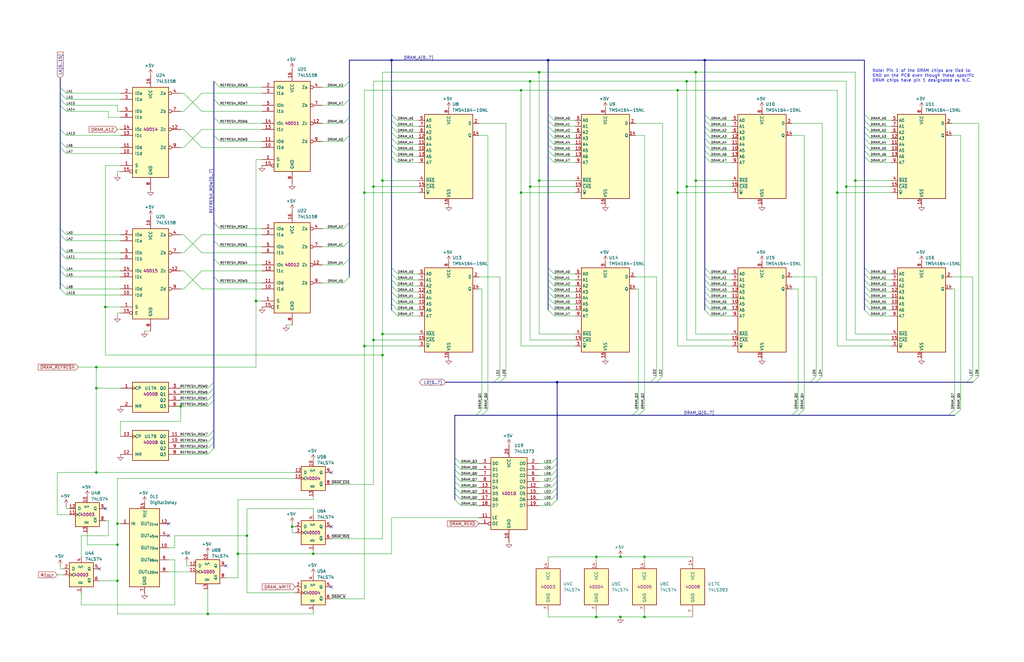
<source format=kicad_sch>
(kicad_sch (version 20231120) (generator "eeschema") (generator_version "8.0")
  (paper "USLedger")
  (title_block (title "Saturn Systems Accelerator II") (date "2025-03-04") (comment 2 "captured by Mark Aikens") (comment 3 "by Saturn Systems") (comment 4 "Accelerator card for Apple II/II+ computers"))
  (junction (at 285.75 81.28))
  (junction (at 76.2 171.45))
  (junction (at 219.71 38.1))
  (junction (at 161.29 149.86))
  (junction (at 271.78 234.95))
  (junction (at 251.46 260.35))
  (junction (at 40.64 154.94))
  (junction (at 219.71 81.28))
  (junction (at 356.87 78.74))
  (junction (at 289.56 34.29))
  (junction (at 87.63 259.08))
  (junction (at 271.78 260.35))
  (junction (at 49.53 245.11))
  (junction (at 132.08 233.68))
  (junction (at 231.14 25.4))
  (junction (at 49.53 220.98))
  (junction (at 153.67 81.28))
  (junction (at 49.53 229.87))
  (junction (at 157.48 78.74))
  (junction (at 261.62 234.95))
  (junction (at 251.46 234.95))
  (junction (at 353.06 81.28))
  (junction (at 104.14 226.06))
  (junction (at 157.48 143.51))
  (junction (at 161.29 140.97))
  (junction (at 123.19 222.25))
  (junction (at 293.37 76.2))
  (junction (at 293.37 30.48))
  (junction (at 227.33 30.48))
  (junction (at 40.64 163.83))
  (junction (at 261.62 260.35))
  (junction (at 40.64 199.39))
  (junction (at 227.33 76.2))
  (junction (at 360.68 76.2))
  (junction (at 297.18 25.4))
  (junction (at 289.56 78.74))
  (junction (at 223.52 34.29))
  (junction (at 161.29 76.2))
  (junction (at 100.33 233.68))
  (junction (at 153.67 146.05))
  (junction (at 107.95 127))
  (junction (at 285.75 38.1))
  (junction (at 234.95 161.29))
  (junction (at 44.45 129.54))
  (junction (at 165.1 25.4))
  (junction (at 223.52 78.74))
  (no_connect (at 139.7 199.39))
  (no_connect (at 139.7 222.25))
  (no_connect (at 41.91 240.03))
  (no_connect (at 95.25 238.76))
  (no_connect (at 71.12 220.98))
  (no_connect (at 139.7 247.65))
  (no_connect (at 44.45 214.63))
  (no_connect (at 71.12 226.06))
  (bus_entry (at 92.71 36.83) (size -2.54 -2.54))
  (bus_entry (at 167.64 68.58) (size -2.54 -2.54))
  (bus_entry (at 194.31 195.58) (size -2.54 -2.54))
  (bus_entry (at 299.72 115.57) (size -2.54 -2.54))
  (bus_entry (at 279.4 158.75) (size -2.54 2.54))
  (bus_entry (at 144.78 119.38) (size 2.54 -2.54))
  (bus_entry (at 346.71 158.75) (size -2.54 2.54))
  (bus_entry (at 167.64 133.35) (size -2.54 -2.54))
  (bus_entry (at 144.78 111.76) (size 2.54 -2.54))
  (bus_entry (at 167.64 50.8) (size -2.54 -2.54))
  (bus_entry (at 232.41 203.2) (size 2.54 -2.54))
  (bus_entry (at 299.72 125.73) (size -2.54 -2.54))
  (bus_entry (at 25.4 121.92) (size 2.54 2.54))
  (bus_entry (at 233.68 123.19) (size -2.54 -2.54))
  (bus_entry (at 194.31 210.82) (size -2.54 -2.54))
  (bus_entry (at 233.68 60.96) (size -2.54 -2.54))
  (bus_entry (at 167.64 55.88) (size -2.54 -2.54))
  (bus_entry (at 167.64 125.73) (size -2.54 -2.54))
  (bus_entry (at 405.13 172.72) (size -2.54 2.54))
  (bus_entry (at 167.64 53.34) (size -2.54 -2.54))
  (bus_entry (at 167.64 115.57) (size -2.54 -2.54))
  (bus_entry (at 92.71 111.76) (size -2.54 -2.54))
  (bus_entry (at 299.72 68.58) (size -2.54 -2.54))
  (bus_entry (at 232.41 213.36) (size 2.54 -2.54))
  (bus_entry (at 144.78 52.07) (size 2.54 -2.54))
  (bus_entry (at 232.41 208.28) (size 2.54 -2.54))
  (bus_entry (at 233.68 63.5) (size -2.54 -2.54))
  (bus_entry (at 144.78 44.45) (size 2.54 -2.54))
  (bus_entry (at 87.63 163.83) (size 2.54 -2.54))
  (bus_entry (at 299.72 50.8) (size -2.54 -2.54))
  (bus_entry (at 299.72 58.42) (size -2.54 -2.54))
  (bus_entry (at 92.71 119.38) (size -2.54 -2.54))
  (bus_entry (at 232.41 200.66) (size 2.54 -2.54))
  (bus_entry (at 25.4 106.68) (size 2.54 2.54))
  (bus_entry (at 167.64 66.04) (size -2.54 -2.54))
  (bus_entry (at 25.4 59.69) (size 2.54 2.54))
  (bus_entry (at 233.68 130.81) (size -2.54 -2.54))
  (bus_entry (at 367.03 50.8) (size -2.54 -2.54))
  (bus_entry (at 144.78 36.83) (size 2.54 -2.54))
  (bus_entry (at 92.71 104.14) (size -2.54 -2.54))
  (bus_entry (at 412.75 158.75) (size -2.54 2.54))
  (bus_entry (at 25.4 96.52) (size 2.54 2.54))
  (bus_entry (at 299.72 123.19) (size -2.54 -2.54))
  (bus_entry (at 367.03 115.57) (size -2.54 -2.54))
  (bus_entry (at 87.63 189.23) (size 2.54 -2.54))
  (bus_entry (at 167.64 58.42) (size -2.54 -2.54))
  (bus_entry (at 367.03 53.34) (size -2.54 -2.54))
  (bus_entry (at 144.78 104.14) (size 2.54 -2.54))
  (bus_entry (at 25.4 111.76) (size 2.54 2.54))
  (bus_entry (at 299.72 128.27) (size -2.54 -2.54))
  (bus_entry (at 167.64 118.11) (size -2.54 -2.54))
  (bus_entry (at 194.31 205.74) (size -2.54 -2.54))
  (bus_entry (at 344.17 158.75) (size -2.54 2.54))
  (bus_entry (at 144.78 96.52) (size 2.54 -2.54))
  (bus_entry (at 233.68 55.88) (size -2.54 -2.54))
  (bus_entry (at 410.21 158.75) (size -2.54 2.54))
  (bus_entry (at 194.31 198.12) (size -2.54 -2.54))
  (bus_entry (at 92.71 96.52) (size -2.54 -2.54))
  (bus_entry (at 25.4 44.45) (size 2.54 2.54))
  (bus_entry (at 167.64 60.96) (size -2.54 -2.54))
  (bus_entry (at 367.03 123.19) (size -2.54 -2.54))
  (bus_entry (at 299.72 120.65) (size -2.54 -2.54))
  (bus_entry (at 233.68 133.35) (size -2.54 -2.54))
  (bus_entry (at 233.68 128.27) (size -2.54 -2.54))
  (bus_entry (at 367.03 130.81) (size -2.54 -2.54))
  (bus_entry (at 167.64 123.19) (size -2.54 -2.54))
  (bus_entry (at 271.78 172.72) (size -2.54 2.54))
  (bus_entry (at 269.24 172.72) (size -2.54 2.54))
  (bus_entry (at 233.68 115.57) (size -2.54 -2.54))
  (bus_entry (at 367.03 128.27) (size -2.54 -2.54))
  (bus_entry (at 367.03 58.42) (size -2.54 -2.54))
  (bus_entry (at 25.4 104.14) (size 2.54 2.54))
  (bus_entry (at 25.4 62.23) (size 2.54 2.54))
  (bus_entry (at 25.4 41.91) (size 2.54 2.54))
  (bus_entry (at 232.41 195.58) (size 2.54 -2.54))
  (bus_entry (at 367.03 118.11) (size -2.54 -2.54))
  (bus_entry (at 233.68 66.04) (size -2.54 -2.54))
  (bus_entry (at 167.64 130.81) (size -2.54 -2.54))
  (bus_entry (at 232.41 198.12) (size 2.54 -2.54))
  (bus_entry (at 144.78 59.69) (size 2.54 -2.54))
  (bus_entry (at 299.72 133.35) (size -2.54 -2.54))
  (bus_entry (at 25.4 119.38) (size 2.54 2.54))
  (bus_entry (at 25.4 39.37) (size 2.54 2.54))
  (bus_entry (at 203.2 172.72) (size -2.54 2.54))
  (bus_entry (at 167.64 120.65) (size -2.54 -2.54))
  (bus_entry (at 194.31 203.2) (size -2.54 -2.54))
  (bus_entry (at 233.68 58.42) (size -2.54 -2.54))
  (bus_entry (at 367.03 120.65) (size -2.54 -2.54))
  (bus_entry (at 367.03 125.73) (size -2.54 -2.54))
  (bus_entry (at 205.74 172.72) (size -2.54 2.54))
  (bus_entry (at 367.03 55.88) (size -2.54 -2.54))
  (bus_entry (at 194.31 213.36) (size -2.54 -2.54))
  (bus_entry (at 299.72 60.96) (size -2.54 -2.54))
  (bus_entry (at 87.63 171.45) (size 2.54 -2.54))
  (bus_entry (at 25.4 114.3) (size 2.54 2.54))
  (bus_entry (at 233.68 68.58) (size -2.54 -2.54))
  (bus_entry (at 92.71 52.07) (size -2.54 -2.54))
  (bus_entry (at 233.68 118.11) (size -2.54 -2.54))
  (bus_entry (at 299.72 118.11) (size -2.54 -2.54))
  (bus_entry (at 87.63 184.15) (size 2.54 -2.54))
  (bus_entry (at 213.36 158.75) (size -2.54 2.54))
  (bus_entry (at 87.63 186.69) (size 2.54 -2.54))
  (bus_entry (at 299.72 53.34) (size -2.54 -2.54))
  (bus_entry (at 367.03 66.04) (size -2.54 -2.54))
  (bus_entry (at 232.41 210.82) (size 2.54 -2.54))
  (bus_entry (at 233.68 120.65) (size -2.54 -2.54))
  (bus_entry (at 233.68 50.8) (size -2.54 -2.54))
  (bus_entry (at 367.03 60.96) (size -2.54 -2.54))
  (bus_entry (at 92.71 44.45) (size -2.54 -2.54))
  (bus_entry (at 402.59 172.72) (size -2.54 2.54))
  (bus_entry (at 233.68 125.73) (size -2.54 -2.54))
  (bus_entry (at 25.4 54.61) (size 2.54 2.54))
  (bus_entry (at 87.63 166.37) (size 2.54 -2.54))
  (bus_entry (at 25.4 99.06) (size 2.54 2.54))
  (bus_entry (at 92.71 59.69) (size -2.54 -2.54))
  (bus_entry (at 339.09 172.72) (size -2.54 2.54))
  (bus_entry (at 299.72 55.88) (size -2.54 -2.54))
  (bus_entry (at 167.64 63.5) (size -2.54 -2.54))
  (bus_entry (at 367.03 133.35) (size -2.54 -2.54))
  (bus_entry (at 336.55 172.72) (size -2.54 2.54))
  (bus_entry (at 194.31 200.66) (size -2.54 -2.54))
  (bus_entry (at 194.31 208.28) (size -2.54 -2.54))
  (bus_entry (at 87.63 191.77) (size 2.54 -2.54))
  (bus_entry (at 232.41 205.74) (size 2.54 -2.54))
  (bus_entry (at 299.72 66.04) (size -2.54 -2.54))
  (bus_entry (at 276.86 158.75) (size -2.54 2.54))
  (bus_entry (at 210.82 158.75) (size -2.54 2.54))
  (bus_entry (at 167.64 128.27) (size -2.54 -2.54))
  (bus_entry (at 367.03 68.58) (size -2.54 -2.54))
  (bus_entry (at 233.68 53.34) (size -2.54 -2.54))
  (bus_entry (at 299.72 130.81) (size -2.54 -2.54))
  (bus_entry (at 87.63 168.91) (size 2.54 -2.54))
  (bus_entry (at 299.72 63.5) (size -2.54 -2.54))
  (bus_entry (at 25.4 36.83) (size 2.54 2.54))
  (bus_entry (at 367.03 63.5) (size -2.54 -2.54))
  (wire (pts (xy 167.64 66.04) (xy 176.53 66.04)))
  (bus (pts (xy 231.14 123.19) (xy 231.14 120.65)))
  (wire (pts (xy 135.89 96.52) (xy 144.78 96.52)))
  (wire (pts (xy 299.72 133.35) (xy 308.61 133.35)))
  (wire (pts (xy 334.01 121.92) (xy 336.55 121.92)))
  (wire (pts (xy 292.1 260.35) (xy 271.78 260.35)))
  (wire (pts (xy 356.87 78.74) (xy 375.92 78.74)))
  (wire (pts (xy 227.33 195.58) (xy 232.41 195.58)))
  (wire (pts (xy 251.46 260.35) (xy 251.46 257.81)))
  (wire (pts (xy 40.64 154.94) (xy 40.64 163.83)))
  (wire (pts (xy 167.64 55.88) (xy 176.53 55.88)))
  (wire (pts (xy 334.01 52.07) (xy 346.71 52.07)))
  (wire (pts (xy 45.72 49.53) (xy 50.8 49.53)))
  (bus (pts (xy 165.1 60.96) (xy 165.1 63.5)))
  (bus (pts (xy 274.32 161.29) (xy 276.86 161.29)))
  (wire (pts (xy 360.68 140.97) (xy 375.92 140.97)))
  (wire (pts (xy 78.74 237.49) (xy 78.74 238.76)))
  (bus (pts (xy 297.18 25.4) (xy 364.49 25.4)))
  (wire (pts (xy 227.33 200.66) (xy 232.41 200.66)))
  (bus (pts (xy 25.4 119.38) (xy 25.4 121.92)))
  (wire (pts (xy 76.2 186.69) (xy 87.63 186.69)))
  (wire (pts (xy 367.03 133.35) (xy 375.92 133.35)))
  (wire (pts (xy 219.71 81.28) (xy 242.57 81.28)))
  (wire (pts (xy 299.72 120.65) (xy 308.61 120.65)))
  (wire (pts (xy 251.46 234.95) (xy 251.46 237.49)))
  (wire (pts (xy 402.59 121.92) (xy 401.32 121.92)))
  (wire (pts (xy 139.7 227.33) (xy 161.29 227.33)))
  (wire (pts (xy 29.21 214.63) (xy 27.94 214.63)))
  (bus (pts (xy 297.18 128.27) (xy 297.18 125.73)))
  (wire (pts (xy 104.14 214.63) (xy 104.14 226.06)))
  (bus (pts (xy 364.49 128.27) (xy 364.49 125.73)))
  (wire (pts (xy 76.2 177.8) (xy 50.8 177.8)))
  (wire (pts (xy 367.03 120.65) (xy 375.92 120.65)))
  (bus (pts (xy 231.14 53.34) (xy 231.14 50.8)))
  (wire (pts (xy 24.13 242.57) (xy 26.67 242.57)))
  (bus (pts (xy 90.17 163.83) (xy 90.17 166.37)))
  (wire (pts (xy 85.09 46.99) (xy 110.49 46.99)))
  (wire (pts (xy 76.2 62.23) (xy 77.47 62.23)))
  (wire (pts (xy 76.2 184.15) (xy 87.63 184.15)))
  (wire (pts (xy 34.29 226.06) (xy 45.72 226.06)))
  (wire (pts (xy 40.64 154.94) (xy 107.95 154.94)))
  (wire (pts (xy 267.97 57.15) (xy 271.78 57.15)))
  (bus (pts (xy 297.18 66.04) (xy 297.18 113.03)))
  (wire (pts (xy 367.03 125.73) (xy 375.92 125.73)))
  (wire (pts (xy 27.94 64.77) (xy 50.8 64.77)))
  (bus (pts (xy 231.14 66.04) (xy 231.14 63.5)))
  (wire (pts (xy 289.56 143.51) (xy 308.61 143.51)))
  (wire (pts (xy 194.31 195.58) (xy 201.93 195.58)))
  (wire (pts (xy 76.2 114.3) (xy 77.47 114.3)))
  (wire (pts (xy 27.94 57.15) (xy 50.8 57.15)))
  (bus (pts (xy 208.28 161.29) (xy 210.82 161.29)))
  (wire (pts (xy 132.08 210.82) (xy 132.08 209.55)))
  (wire (pts (xy 219.71 38.1) (xy 219.71 81.28)))
  (wire (pts (xy 33.02 154.94) (xy 40.64 154.94)))
  (wire (pts (xy 76.2 106.68) (xy 77.47 106.68)))
  (wire (pts (xy 367.03 68.58) (xy 375.92 68.58)))
  (wire (pts (xy 135.89 36.83) (xy 144.78 36.83)))
  (wire (pts (xy 233.68 130.81) (xy 242.57 130.81)))
  (wire (pts (xy 49.53 245.11) (xy 49.53 259.08)))
  (wire (pts (xy 271.78 257.81) (xy 271.78 260.35)))
  (bus (pts (xy 297.18 120.65) (xy 297.18 118.11)))
  (wire (pts (xy 227.33 213.36) (xy 232.41 213.36)))
  (wire (pts (xy 104.14 226.06) (xy 104.14 250.19)))
  (wire (pts (xy 27.94 99.06) (xy 50.8 99.06)))
  (bus (pts (xy 165.1 63.5) (xy 165.1 66.04)))
  (wire (pts (xy 44.45 129.54) (xy 50.8 129.54)))
  (wire (pts (xy 271.78 234.95) (xy 271.78 237.49)))
  (bus (pts (xy 25.4 106.68) (xy 25.4 111.76)))
  (wire (pts (xy 356.87 78.74) (xy 356.87 143.51)))
  (wire (pts (xy 26.67 240.03) (xy 25.4 240.03)))
  (wire (pts (xy 44.45 149.86) (xy 161.29 149.86)))
  (bus (pts (xy 191.77 193.04) (xy 191.77 195.58)))
  (wire (pts (xy 73.66 226.06) (xy 104.14 226.06)))
  (wire (pts (xy 50.8 72.39) (xy 49.53 72.39)))
  (wire (pts (xy 299.72 58.42) (xy 308.61 58.42)))
  (wire (pts (xy 367.03 50.8) (xy 375.92 50.8)))
  (wire (pts (xy 27.94 101.6) (xy 50.8 101.6)))
  (wire (pts (xy 269.24 121.92) (xy 269.24 172.72)))
  (wire (pts (xy 27.94 124.46) (xy 50.8 124.46)))
  (wire (pts (xy 135.89 52.07) (xy 144.78 52.07)))
  (wire (pts (xy 40.64 163.83) (xy 50.8 163.83)))
  (wire (pts (xy 194.31 210.82) (xy 201.93 210.82)))
  (wire (pts (xy 261.62 260.35) (xy 251.46 260.35)))
  (bus (pts (xy 364.49 120.65) (xy 364.49 118.11)))
  (wire (pts (xy 27.94 121.92) (xy 50.8 121.92)))
  (wire (pts (xy 45.72 46.99) (xy 45.72 49.53)))
  (bus (pts (xy 90.17 93.98) (xy 90.17 57.15)))
  (wire (pts (xy 45.72 219.71) (xy 44.45 219.71)))
  (wire (pts (xy 233.68 58.42) (xy 242.57 58.42)))
  (wire (pts (xy 135.89 104.14) (xy 144.78 104.14)))
  (bus (pts (xy 234.95 205.74) (xy 234.95 208.28)))
  (wire (pts (xy 78.74 238.76) (xy 80.01 238.76)))
  (wire (pts (xy 194.31 200.66) (xy 201.93 200.66)))
  (wire (pts (xy 139.7 204.47) (xy 157.48 204.47)))
  (wire (pts (xy 289.56 78.74) (xy 308.61 78.74)))
  (wire (pts (xy 49.53 220.98) (xy 49.53 229.87)))
  (wire (pts (xy 49.53 132.08) (xy 49.53 133.35)))
  (wire (pts (xy 49.53 220.98) (xy 49.53 201.93)))
  (bus (pts (xy 234.95 200.66) (xy 234.95 203.2)))
  (wire (pts (xy 201.93 57.15) (xy 205.74 57.15)))
  (bus (pts (xy 90.17 186.69) (xy 90.17 189.23)))
  (bus (pts (xy 364.49 58.42) (xy 364.49 55.88)))
  (bus (pts (xy 234.95 161.29) (xy 234.95 193.04)))
  (bus (pts (xy 297.18 123.19) (xy 297.18 120.65)))
  (wire (pts (xy 233.68 133.35) (xy 242.57 133.35)))
  (bus (pts (xy 297.18 115.57) (xy 297.18 113.03)))
  (bus (pts (xy 147.32 101.6) (xy 147.32 109.22)))
  (bus (pts (xy 165.1 115.57) (xy 165.1 113.03)))
  (wire (pts (xy 76.2 54.61) (xy 77.47 54.61)))
  (bus (pts (xy 200.66 175.26) (xy 203.2 175.26)))
  (bus (pts (xy 297.18 53.34) (xy 297.18 50.8)))
  (bus (pts (xy 165.1 118.11) (xy 165.1 120.65)))
  (wire (pts (xy 161.29 140.97) (xy 161.29 149.86)))
  (wire (pts (xy 27.94 106.68) (xy 50.8 106.68)))
  (wire (pts (xy 161.29 76.2) (xy 176.53 76.2)))
  (wire (pts (xy 107.95 67.31) (xy 110.49 67.31)))
  (bus (pts (xy 234.95 193.04) (xy 234.95 195.58)))
  (wire (pts (xy 76.2 171.45) (xy 87.63 171.45)))
  (bus (pts (xy 234.95 203.2) (xy 234.95 205.74)))
  (wire (pts (xy 100.33 210.82) (xy 100.33 233.68)))
  (bus (pts (xy 90.17 161.29) (xy 90.17 163.83)))
  (bus (pts (xy 364.49 25.4) (xy 364.49 48.26)))
  (wire (pts (xy 167.64 123.19) (xy 176.53 123.19)))
  (wire (pts (xy 161.29 140.97) (xy 161.29 76.2)))
  (bus (pts (xy 165.1 120.65) (xy 165.1 123.19)))
  (wire (pts (xy 157.48 34.29) (xy 223.52 34.29)))
  (bus (pts (xy 90.17 161.29) (xy 90.17 116.84)))
  (bus (pts (xy 364.49 130.81) (xy 364.49 128.27)))
  (wire (pts (xy 201.93 218.44) (xy 165.1 218.44)))
  (wire (pts (xy 285.75 146.05) (xy 308.61 146.05)))
  (bus (pts (xy 234.95 161.29) (xy 274.32 161.29)))
  (wire (pts (xy 76.2 121.92) (xy 77.47 121.92)))
  (wire (pts (xy 367.03 130.81) (xy 375.92 130.81)))
  (wire (pts (xy 336.55 121.92) (xy 336.55 172.72)))
  (wire (pts (xy 233.68 128.27) (xy 242.57 128.27)))
  (wire (pts (xy 353.06 81.28) (xy 375.92 81.28)))
  (wire (pts (xy 76.2 168.91) (xy 87.63 168.91)))
  (wire (pts (xy 339.09 57.15) (xy 339.09 172.72)))
  (bus (pts (xy 147.32 93.98) (xy 147.32 57.15)))
  (bus (pts (xy 364.49 50.8) (xy 364.49 48.26)))
  (wire (pts (xy 402.59 121.92) (xy 402.59 172.72)))
  (bus (pts (xy 90.17 109.22) (xy 90.17 116.84)))
  (wire (pts (xy 276.86 116.84) (xy 276.86 158.75)))
  (wire (pts (xy 107.95 67.31) (xy 107.95 127)))
  (wire (pts (xy 44.45 69.85) (xy 50.8 69.85)))
  (bus (pts (xy 364.49 118.11) (xy 364.49 115.57)))
  (bus (pts (xy 25.4 54.61) (xy 25.4 59.69)))
  (wire (pts (xy 71.12 241.3) (xy 80.01 241.3)))
  (wire (pts (xy 123.19 222.25) (xy 123.19 220.98)))
  (wire (pts (xy 293.37 30.48) (xy 360.68 30.48)))
  (wire (pts (xy 157.48 78.74) (xy 176.53 78.74)))
  (wire (pts (xy 165.1 218.44) (xy 165.1 233.68)))
  (wire (pts (xy 123.19 222.25) (xy 123.19 224.79)))
  (wire (pts (xy 353.06 146.05) (xy 375.92 146.05)))
  (wire (pts (xy 194.31 205.74) (xy 201.93 205.74)))
  (wire (pts (xy 233.68 60.96) (xy 242.57 60.96)))
  (bus (pts (xy 297.18 58.42) (xy 297.18 55.88)))
  (wire (pts (xy 167.64 125.73) (xy 176.53 125.73)))
  (bus (pts (xy 25.4 36.83) (xy 25.4 39.37)))
  (wire (pts (xy 107.95 154.94) (xy 107.95 127)))
  (wire (pts (xy 24.13 217.17) (xy 29.21 217.17)))
  (bus (pts (xy 165.1 125.73) (xy 165.1 128.27)))
  (wire (pts (xy 233.68 53.34) (xy 242.57 53.34)))
  (bus (pts (xy 90.17 41.91) (xy 90.17 49.53)))
  (bus (pts (xy 25.4 41.91) (xy 25.4 44.45)))
  (bus (pts (xy 191.77 208.28) (xy 191.77 210.82)))
  (wire (pts (xy 34.29 255.27) (xy 34.29 250.19)))
  (wire (pts (xy 227.33 76.2) (xy 242.57 76.2)))
  (bus (pts (xy 147.32 93.98) (xy 147.32 101.6)))
  (wire (pts (xy 299.72 115.57) (xy 308.61 115.57)))
  (bus (pts (xy 203.2 175.26) (xy 266.7 175.26)))
  (wire (pts (xy 34.29 226.06) (xy 34.29 234.95)))
  (wire (pts (xy 269.24 121.92) (xy 267.97 121.92)))
  (wire (pts (xy 76.2 39.37) (xy 77.47 39.37)))
  (bus (pts (xy 297.18 55.88) (xy 297.18 53.34)))
  (wire (pts (xy 223.52 78.74) (xy 242.57 78.74)))
  (wire (pts (xy 135.89 44.45) (xy 144.78 44.45)))
  (wire (pts (xy 27.94 114.3) (xy 50.8 114.3)))
  (wire (pts (xy 367.03 60.96) (xy 375.92 60.96)))
  (bus (pts (xy 231.14 63.5) (xy 231.14 60.96)))
  (wire (pts (xy 71.12 231.14) (xy 73.66 231.14)))
  (wire (pts (xy 194.31 203.2) (xy 201.93 203.2)))
  (wire (pts (xy 167.64 68.58) (xy 176.53 68.58)))
  (wire (pts (xy 356.87 143.51) (xy 375.92 143.51)))
  (wire (pts (xy 77.47 121.92) (xy 85.09 114.3)))
  (bus (pts (xy 90.17 41.91) (xy 90.17 34.29)))
  (bus (pts (xy 344.17 161.29) (xy 407.67 161.29)))
  (wire (pts (xy 87.63 248.92) (xy 87.63 259.08)))
  (bus (pts (xy 90.17 93.98) (xy 90.17 101.6)))
  (bus (pts (xy 210.82 161.29) (xy 234.95 161.29)))
  (wire (pts (xy 85.09 39.37) (xy 110.49 39.37)))
  (wire (pts (xy 360.68 76.2) (xy 360.68 140.97)))
  (wire (pts (xy 100.33 233.68) (xy 132.08 233.68)))
  (wire (pts (xy 40.64 199.39) (xy 124.46 199.39)))
  (wire (pts (xy 132.08 232.41) (xy 132.08 233.68)))
  (wire (pts (xy 213.36 52.07) (xy 213.36 158.75)))
  (bus (pts (xy 90.17 181.61) (xy 90.17 184.15)))
  (wire (pts (xy 167.64 130.81) (xy 176.53 130.81)))
  (wire (pts (xy 153.67 252.73) (xy 139.7 252.73)))
  (bus (pts (xy 234.95 198.12) (xy 234.95 200.66)))
  (bus (pts (xy 165.1 25.4) (xy 231.14 25.4)))
  (wire (pts (xy 289.56 34.29) (xy 289.56 78.74)))
  (wire (pts (xy 50.8 132.08) (xy 49.53 132.08)))
  (bus (pts (xy 364.49 63.5) (xy 364.49 60.96)))
  (wire (pts (xy 50.8 177.8) (xy 50.8 184.15)))
  (bus (pts (xy 231.14 55.88) (xy 231.14 53.34)))
  (wire (pts (xy 223.52 143.51) (xy 242.57 143.51)))
  (wire (pts (xy 167.64 58.42) (xy 176.53 58.42)))
  (wire (pts (xy 360.68 76.2) (xy 375.92 76.2)))
  (wire (pts (xy 367.03 123.19) (xy 375.92 123.19)))
  (wire (pts (xy 261.62 234.95) (xy 271.78 234.95)))
  (wire (pts (xy 100.33 233.68) (xy 100.33 243.84)))
  (bus (pts (xy 231.14 118.11) (xy 231.14 115.57)))
  (wire (pts (xy 299.72 60.96) (xy 308.61 60.96)))
  (wire (pts (xy 227.33 76.2) (xy 227.33 140.97)))
  (wire (pts (xy 124.46 222.25) (xy 123.19 222.25)))
  (bus (pts (xy 297.18 63.5) (xy 297.18 60.96)))
  (wire (pts (xy 77.47 54.61) (xy 85.09 62.23)))
  (bus (pts (xy 25.4 96.52) (xy 25.4 99.06)))
  (wire (pts (xy 63.5 139.7) (xy 60.96 139.7)))
  (bus (pts (xy 276.86 161.29) (xy 341.63 161.29)))
  (wire (pts (xy 233.68 125.73) (xy 242.57 125.73)))
  (wire (pts (xy 153.67 146.05) (xy 153.67 81.28)))
  (wire (pts (xy 77.47 99.06) (xy 85.09 106.68)))
  (bus (pts (xy 231.14 115.57) (xy 231.14 113.03)))
  (wire (pts (xy 49.53 44.45) (xy 49.53 46.99)))
  (bus (pts (xy 231.14 125.73) (xy 231.14 123.19)))
  (bus (pts (xy 25.4 33.02) (xy 25.4 36.83)))
  (wire (pts (xy 44.45 69.85) (xy 44.45 129.54)))
  (wire (pts (xy 233.68 66.04) (xy 242.57 66.04)))
  (wire (pts (xy 167.64 118.11) (xy 176.53 118.11)))
  (wire (pts (xy 167.64 133.35) (xy 176.53 133.35)))
  (wire (pts (xy 299.72 55.88) (xy 308.61 55.88)))
  (bus (pts (xy 165.1 115.57) (xy 165.1 118.11)))
  (bus (pts (xy 336.55 175.26) (xy 400.05 175.26)))
  (wire (pts (xy 233.68 68.58) (xy 242.57 68.58)))
  (bus (pts (xy 165.1 66.04) (xy 165.1 113.03)))
  (wire (pts (xy 132.08 259.08) (xy 132.08 257.81)))
  (wire (pts (xy 334.01 57.15) (xy 339.09 57.15)))
  (bus (pts (xy 165.1 123.19) (xy 165.1 125.73)))
  (wire (pts (xy 405.13 57.15) (xy 405.13 172.72)))
  (wire (pts (xy 233.68 55.88) (xy 242.57 55.88)))
  (wire (pts (xy 76.2 166.37) (xy 87.63 166.37)))
  (wire (pts (xy 92.71 59.69) (xy 110.49 59.69)))
  (wire (pts (xy 92.71 111.76) (xy 110.49 111.76)))
  (wire (pts (xy 231.14 234.95) (xy 251.46 234.95)))
  (bus (pts (xy 231.14 128.27) (xy 231.14 125.73)))
  (bus (pts (xy 297.18 125.73) (xy 297.18 123.19)))
  (wire (pts (xy 77.47 106.68) (xy 85.09 99.06)))
  (wire (pts (xy 233.68 123.19) (xy 242.57 123.19)))
  (wire (pts (xy 279.4 52.07) (xy 279.4 158.75)))
  (bus (pts (xy 231.14 50.8) (xy 231.14 48.26)))
  (wire (pts (xy 205.74 57.15) (xy 205.74 172.72)))
  (wire (pts (xy 161.29 30.48) (xy 227.33 30.48)))
  (wire (pts (xy 27.94 62.23) (xy 50.8 62.23)))
  (wire (pts (xy 157.48 204.47) (xy 157.48 143.51)))
  (bus (pts (xy 165.1 53.34) (xy 165.1 50.8)))
  (wire (pts (xy 92.71 36.83) (xy 110.49 36.83)))
  (wire (pts (xy 107.95 127) (xy 110.49 127)))
  (bus (pts (xy 90.17 184.15) (xy 90.17 186.69)))
  (wire (pts (xy 299.72 118.11) (xy 308.61 118.11)))
  (wire (pts (xy 293.37 76.2) (xy 308.61 76.2)))
  (bus (pts (xy 266.7 175.26) (xy 269.24 175.26)))
  (wire (pts (xy 233.68 63.5) (xy 242.57 63.5)))
  (wire (pts (xy 233.68 120.65) (xy 242.57 120.65)))
  (wire (pts (xy 353.06 38.1) (xy 353.06 81.28)))
  (wire (pts (xy 167.64 115.57) (xy 176.53 115.57)))
  (bus (pts (xy 231.14 25.4) (xy 297.18 25.4)))
  (bus (pts (xy 231.14 60.96) (xy 231.14 58.42)))
  (bus (pts (xy 341.63 161.29) (xy 344.17 161.29)))
  (wire (pts (xy 223.52 34.29) (xy 289.56 34.29)))
  (wire (pts (xy 73.66 255.27) (xy 34.29 255.27)))
  (wire (pts (xy 367.03 53.34) (xy 375.92 53.34)))
  (bus (pts (xy 165.1 53.34) (xy 165.1 55.88)))
  (wire (pts (xy 285.75 38.1) (xy 353.06 38.1)))
  (bus (pts (xy 364.49 125.73) (xy 364.49 123.19)))
  (wire (pts (xy 227.33 205.74) (xy 232.41 205.74)))
  (wire (pts (xy 410.21 116.84) (xy 410.21 158.75)))
  (wire (pts (xy 167.64 53.34) (xy 176.53 53.34)))
  (wire (pts (xy 219.71 38.1) (xy 285.75 38.1)))
  (wire (pts (xy 85.09 106.68) (xy 110.49 106.68)))
  (wire (pts (xy 299.72 128.27) (xy 308.61 128.27)))
  (wire (pts (xy 233.68 50.8) (xy 242.57 50.8)))
  (wire (pts (xy 161.29 76.2) (xy 161.29 30.48)))
  (wire (pts (xy 24.13 199.39) (xy 24.13 217.17)))
  (bus (pts (xy 90.17 49.53) (xy 90.17 57.15)))
  (bus (pts (xy 364.49 66.04) (xy 364.49 63.5)))
  (wire (pts (xy 27.94 44.45) (xy 49.53 44.45)))
  (wire (pts (xy 85.09 54.61) (xy 77.47 62.23)))
  (wire (pts (xy 401.32 52.07) (xy 412.75 52.07)))
  (wire (pts (xy 153.67 81.28) (xy 176.53 81.28)))
  (wire (pts (xy 227.33 140.97) (xy 242.57 140.97)))
  (wire (pts (xy 299.72 125.73) (xy 308.61 125.73)))
  (bus (pts (xy 90.17 168.91) (xy 90.17 181.61)))
  (wire (pts (xy 104.14 250.19) (xy 124.46 250.19)))
  (wire (pts (xy 73.66 236.22) (xy 73.66 255.27)))
  (bus (pts (xy 364.49 55.88) (xy 364.49 53.34)))
  (wire (pts (xy 299.72 63.5) (xy 308.61 63.5)))
  (wire (pts (xy 227.33 203.2) (xy 232.41 203.2)))
  (bus (pts (xy 364.49 60.96) (xy 364.49 58.42)))
  (wire (pts (xy 367.03 115.57) (xy 375.92 115.57)))
  (wire (pts (xy 201.93 52.07) (xy 213.36 52.07)))
  (bus (pts (xy 400.05 175.26) (xy 402.59 175.26)))
  (wire (pts (xy 293.37 140.97) (xy 308.61 140.97)))
  (wire (pts (xy 44.45 129.54) (xy 44.45 149.86)))
  (wire (pts (xy 367.03 118.11) (xy 375.92 118.11)))
  (wire (pts (xy 194.31 208.28) (xy 201.93 208.28)))
  (wire (pts (xy 346.71 52.07) (xy 346.71 158.75)))
  (wire (pts (xy 27.94 214.63) (xy 27.94 213.36)))
  (wire (pts (xy 285.75 81.28) (xy 285.75 146.05)))
  (wire (pts (xy 49.53 46.99) (xy 50.8 46.99)))
  (bus (pts (xy 147.32 49.53) (xy 147.32 57.15)))
  (wire (pts (xy 27.94 109.22) (xy 50.8 109.22)))
  (wire (pts (xy 153.67 38.1) (xy 219.71 38.1)))
  (wire (pts (xy 360.68 30.48) (xy 360.68 76.2)))
  (wire (pts (xy 85.09 121.92) (xy 110.49 121.92)))
  (wire (pts (xy 77.47 39.37) (xy 85.09 46.99)))
  (wire (pts (xy 203.2 121.92) (xy 201.93 121.92)))
  (wire (pts (xy 203.2 121.92) (xy 203.2 172.72)))
  (wire (pts (xy 167.64 128.27) (xy 176.53 128.27)))
  (wire (pts (xy 367.03 63.5) (xy 375.92 63.5)))
  (bus (pts (xy 364.49 123.19) (xy 364.49 120.65)))
  (wire (pts (xy 49.53 201.93) (xy 124.46 201.93)))
  (wire (pts (xy 153.67 146.05) (xy 153.67 252.73)))
  (wire (pts (xy 49.53 229.87) (xy 49.53 245.11)))
  (bus (pts (xy 297.18 50.8) (xy 297.18 48.26)))
  (bus (pts (xy 364.49 53.34) (xy 364.49 50.8)))
  (wire (pts (xy 100.33 243.84) (xy 95.25 243.84)))
  (wire (pts (xy 267.97 52.07) (xy 279.4 52.07)))
  (wire (pts (xy 76.2 189.23) (xy 87.63 189.23)))
  (wire (pts (xy 76.2 191.77) (xy 87.63 191.77)))
  (wire (pts (xy 299.72 53.34) (xy 308.61 53.34)))
  (wire (pts (xy 100.33 210.82) (xy 132.08 210.82)))
  (wire (pts (xy 227.33 210.82) (xy 232.41 210.82)))
  (bus (pts (xy 147.32 25.4) (xy 147.32 34.29)))
  (bus (pts (xy 165.1 60.96) (xy 165.1 58.42)))
  (wire (pts (xy 157.48 143.51) (xy 176.53 143.51)))
  (bus (pts (xy 191.77 175.26) (xy 200.66 175.26)))
  (bus (pts (xy 231.14 66.04) (xy 231.14 113.03)))
  (wire (pts (xy 219.71 81.28) (xy 219.71 146.05)))
  (wire (pts (xy 36.83 229.87) (xy 49.53 229.87)))
  (wire (pts (xy 251.46 234.95) (xy 261.62 234.95)))
  (wire (pts (xy 401.32 116.84) (xy 410.21 116.84)))
  (wire (pts (xy 77.47 114.3) (xy 85.09 121.92)))
  (wire (pts (xy 123.19 224.79) (xy 124.46 224.79)))
  (bus (pts (xy 191.77 195.58) (xy 191.77 198.12)))
  (wire (pts (xy 161.29 140.97) (xy 176.53 140.97)))
  (bus (pts (xy 231.14 130.81) (xy 231.14 128.27)))
  (wire (pts (xy 261.62 260.35) (xy 271.78 260.35)))
  (wire (pts (xy 40.64 199.39) (xy 24.13 199.39)))
  (bus (pts (xy 191.77 200.66) (xy 191.77 203.2)))
  (wire (pts (xy 299.72 68.58) (xy 308.61 68.58)))
  (wire (pts (xy 73.66 231.14) (xy 73.66 226.06)))
  (wire (pts (xy 167.64 60.96) (xy 176.53 60.96)))
  (bus (pts (xy 297.18 25.4) (xy 297.18 48.26)))
  (wire (pts (xy 27.94 46.99) (xy 45.72 46.99)))
  (bus (pts (xy 407.67 161.29) (xy 410.21 161.29)))
  (wire (pts (xy 289.56 78.74) (xy 289.56 143.51)))
  (bus (pts (xy 90.17 109.22) (xy 90.17 101.6)))
  (wire (pts (xy 231.14 260.35) (xy 251.46 260.35)))
  (bus (pts (xy 147.32 34.29) (xy 147.32 41.91)))
  (wire (pts (xy 201.93 116.84) (xy 210.82 116.84)))
  (wire (pts (xy 167.64 50.8) (xy 176.53 50.8)))
  (wire (pts (xy 27.94 41.91) (xy 50.8 41.91)))
  (wire (pts (xy 85.09 54.61) (xy 110.49 54.61)))
  (wire (pts (xy 92.71 44.45) (xy 110.49 44.45)))
  (bus (pts (xy 231.14 25.4) (xy 231.14 48.26)))
  (wire (pts (xy 92.71 96.52) (xy 110.49 96.52)))
  (wire (pts (xy 210.82 116.84) (xy 210.82 158.75)))
  (bus (pts (xy 25.4 99.06) (xy 25.4 104.14)))
  (wire (pts (xy 71.12 236.22) (xy 73.66 236.22)))
  (wire (pts (xy 27.94 116.84) (xy 50.8 116.84)))
  (wire (pts (xy 49.53 72.39) (xy 49.53 73.66)))
  (wire (pts (xy 227.33 30.48) (xy 293.37 30.48)))
  (wire (pts (xy 77.47 46.99) (xy 85.09 39.37)))
  (wire (pts (xy 367.03 55.88) (xy 375.92 55.88)))
  (bus (pts (xy 165.1 55.88) (xy 165.1 58.42)))
  (wire (pts (xy 76.2 46.99) (xy 77.47 46.99)))
  (bus (pts (xy 25.4 62.23) (xy 25.4 96.52)))
  (wire (pts (xy 85.09 62.23) (xy 110.49 62.23)))
  (wire (pts (xy 223.52 78.74) (xy 223.52 143.51)))
  (wire (pts (xy 153.67 146.05) (xy 176.53 146.05)))
  (wire (pts (xy 87.63 259.08) (xy 132.08 259.08)))
  (bus (pts (xy 297.18 118.11) (xy 297.18 115.57)))
  (wire (pts (xy 267.97 116.84) (xy 276.86 116.84)))
  (wire (pts (xy 92.71 104.14) (xy 110.49 104.14)))
  (wire (pts (xy 285.75 38.1) (xy 285.75 81.28)))
  (wire (pts (xy 45.72 219.71) (xy 45.72 226.06)))
  (wire (pts (xy 167.64 63.5) (xy 176.53 63.5)))
  (wire (pts (xy 132.08 214.63) (xy 132.08 217.17)))
  (wire (pts (xy 231.14 234.95) (xy 231.14 237.49)))
  (wire (pts (xy 135.89 119.38) (xy 144.78 119.38)))
  (wire (pts (xy 132.08 233.68) (xy 165.1 233.68)))
  (bus (pts (xy 334.01 175.26) (xy 336.55 175.26)))
  (wire (pts (xy 36.83 224.79) (xy 36.83 229.87)))
  (wire (pts (xy 92.71 52.07) (xy 110.49 52.07)))
  (wire (pts (xy 299.72 66.04) (xy 308.61 66.04)))
  (bus (pts (xy 147.32 41.91) (xy 147.32 49.53)))
  (wire (pts (xy 367.03 58.42) (xy 375.92 58.42)))
  (bus (pts (xy 191.77 198.12) (xy 191.77 200.66)))
  (wire (pts (xy 271.78 234.95) (xy 292.1 234.95)))
  (bus (pts (xy 191.77 205.74) (xy 191.77 208.28)))
  (bus (pts (xy 269.24 175.26) (xy 334.01 175.26)))
  (wire (pts (xy 299.72 130.81) (xy 308.61 130.81)))
  (bus (pts (xy 147.32 25.4) (xy 165.1 25.4)))
  (wire (pts (xy 25.4 240.03) (xy 25.4 238.76)))
  (wire (pts (xy 299.72 123.19) (xy 308.61 123.19)))
  (wire (pts (xy 299.72 50.8) (xy 308.61 50.8)))
  (wire (pts (xy 334.01 116.84) (xy 344.17 116.84)))
  (wire (pts (xy 85.09 114.3) (xy 110.49 114.3)))
  (bus (pts (xy 297.18 66.04) (xy 297.18 63.5)))
  (bus (pts (xy 364.49 115.57) (xy 364.49 113.03)))
  (bus (pts (xy 297.18 130.81) (xy 297.18 128.27)))
  (bus (pts (xy 147.32 109.22) (xy 147.32 116.84)))
  (wire (pts (xy 289.56 34.29) (xy 356.87 34.29)))
  (bus (pts (xy 165.1 128.27) (xy 165.1 130.81)))
  (wire (pts (xy 76.2 99.06) (xy 77.47 99.06)))
  (wire (pts (xy 233.68 115.57) (xy 242.57 115.57)))
  (wire (pts (xy 76.2 171.45) (xy 76.2 177.8)))
  (wire (pts (xy 271.78 57.15) (xy 271.78 172.72)))
  (bus (pts (xy 25.4 59.69) (xy 25.4 62.23)))
  (bus (pts (xy 187.96 161.29) (xy 208.28 161.29)))
  (wire (pts (xy 401.32 57.15) (xy 405.13 57.15)))
  (wire (pts (xy 49.53 220.98) (xy 50.8 220.98)))
  (bus (pts (xy 234.95 195.58) (xy 234.95 198.12)))
  (wire (pts (xy 135.89 111.76) (xy 144.78 111.76)))
  (wire (pts (xy 167.64 120.65) (xy 176.53 120.65)))
  (wire (pts (xy 285.75 81.28) (xy 308.61 81.28)))
  (wire (pts (xy 27.94 39.37) (xy 50.8 39.37)))
  (bus (pts (xy 191.77 203.2) (xy 191.77 205.74)))
  (wire (pts (xy 40.64 163.83) (xy 40.64 199.39)))
  (bus (pts (xy 25.4 44.45) (xy 25.4 54.61)))
  (wire (pts (xy 135.89 59.69) (xy 144.78 59.69)))
  (wire (pts (xy 293.37 30.48) (xy 293.37 76.2)))
  (wire (pts (xy 367.03 128.27) (xy 375.92 128.27)))
  (wire (pts (xy 412.75 52.07) (xy 412.75 158.75)))
  (bus (pts (xy 234.95 208.28) (xy 234.95 210.82)))
  (bus (pts (xy 231.14 120.65) (xy 231.14 118.11)))
  (bus (pts (xy 364.49 66.04) (xy 364.49 113.03)))
  (bus (pts (xy 165.1 48.26) (xy 165.1 50.8)))
  (bus (pts (xy 231.14 58.42) (xy 231.14 55.88)))
  (wire (pts (xy 76.2 163.83) (xy 87.63 163.83)))
  (wire (pts (xy 153.67 81.28) (xy 153.67 38.1)))
  (bus (pts (xy 25.4 111.76) (xy 25.4 114.3)))
  (wire (pts (xy 92.71 119.38) (xy 110.49 119.38)))
  (bus (pts (xy 25.4 114.3) (xy 25.4 119.38)))
  (bus (pts (xy 25.4 39.37) (xy 25.4 41.91)))
  (wire (pts (xy 367.03 66.04) (xy 375.92 66.04)))
  (wire (pts (xy 41.91 245.11) (xy 49.53 245.11)))
  (wire (pts (xy 49.53 54.61) (xy 50.8 54.61)))
  (wire (pts (xy 231.14 260.35) (xy 231.14 257.81)))
  (wire (pts (xy 161.29 149.86) (xy 161.29 227.33)))
  (bus (pts (xy 165.1 25.4) (xy 165.1 48.26)))
  (wire (pts (xy 344.17 116.84) (xy 344.17 158.75)))
  (wire (pts (xy 157.48 78.74) (xy 157.48 34.29)))
  (bus (pts (xy 25.4 104.14) (xy 25.4 106.68)))
  (wire (pts (xy 227.33 30.48) (xy 227.33 76.2)))
  (bus (pts (xy 191.77 175.26) (xy 191.77 193.04)))
  (wire (pts (xy 85.09 99.06) (xy 110.49 99.06)))
  (wire (pts (xy 194.31 213.36) (xy 201.93 213.36)))
  (wire (pts (xy 49.53 259.08) (xy 87.63 259.08)))
  (wire (pts (xy 194.31 198.12) (xy 201.93 198.12)))
  (wire (pts (xy 104.14 214.63) (xy 132.08 214.63)))
  (wire (pts (xy 227.33 198.12) (xy 232.41 198.12)))
  (wire (pts (xy 356.87 34.29) (xy 356.87 78.74)))
  (wire (pts (xy 219.71 146.05) (xy 242.57 146.05)))
  (wire (pts (xy 157.48 143.51) (xy 157.48 78.74)))
  (bus (pts (xy 90.17 166.37) (xy 90.17 168.91)))
  (wire (pts (xy 123.19 137.16) (xy 120.65 137.16)))
  (wire (pts (xy 293.37 76.2) (xy 293.37 140.97)))
  (wire (pts (xy 223.52 34.29) (xy 223.52 78.74)))
  (wire (pts (xy 227.33 208.28) (xy 232.41 208.28)))
  (wire (pts (xy 233.68 118.11) (xy 242.57 118.11)))
  (bus (pts (xy 297.18 60.96) (xy 297.18 58.42)))
  (wire (pts (xy 353.06 81.28) (xy 353.06 146.05)))
  (text "Note: Pin 1 of the DRAM chips are tied to\nGND on the PCB even though these specific\nDRAM chips have pin 1 designated as N.C." (at 367.792 32.004 0) (effects (font (size 1.27 1.27)) (justify left)))
  (label "DRAM_A0" (at 167.64 50.8 0) (effects (font (size 1 1))))
  (label "DRAM_A0" (at 233.68 115.57 0) (effects (font (size 1 1))))
  (label "DRAM_A0" (at 144.78 59.69 180) (effects (font (size 1 1))))
  (label "DRAM_A5" (at 299.72 128.27 0) (effects (font (size 1 1))))
  (label "REFRESH_ROW1" (at 92.71 104.14 0) (effects (font (size 1 1))))
  (label "DRAM_A6" (at 299.72 130.81 0) (effects (font (size 1 1))))
  (label "DRAM_A0" (at 299.72 50.8 0) (effects (font (size 1 1))))
  (label "DRAM_A4" (at 233.68 60.96 0) (effects (font (size 1 1))))
  (label "DRAM_Q1" (at 194.31 213.36 0) (effects (font (size 1 1))))
  (label "DRAM_A1" (at 144.78 104.14 180) (effects (font (size 1 1))))
  (label "DRAM_A2" (at 167.64 120.65 0) (effects (font (size 1 1))))
  (label "DRAM_A6" (at 233.68 130.81 0) (effects (font (size 1 1))))
  (label "LD7" (at 410.21 158.75 90) (effects (font (size 1 1))))
  (label "LD6" (at 412.75 158.75 90) (effects (font (size 1 1))))
  (label "REFRESH_ROW0" (at 92.71 59.69 0) (effects (font (size 1 1))))
  (label "REFRESH_ROW6" (at 87.63 166.37 180) (effects (font (size 1 1))))
  (label "REFRESH_ROW7" (at 87.63 184.15 180) (effects (font (size 1 1))))
  (label "DRAM_A7" (at 167.64 68.58 0) (effects (font (size 1 1))))
  (label "DRAM_A7" (at 367.03 133.35 0) (effects (font (size 1 1))))
  (label "DRAM_A4" (at 233.68 125.73 0) (effects (font (size 1 1))))
  (label "DRAM_A1" (at 233.68 53.34 0) (effects (font (size 1 1))))
  (label "DRAM_A0" (at 233.68 50.8 0) (effects (font (size 1 1))))
  (label "DRAM_Q1" (at 203.2 172.72 90) (effects (font (size 1 1))))
  (label "DRAM_A3" (at 167.64 58.42 0) (effects (font (size 1 1))))
  (label "REFRESH_ROW4" (at 92.71 111.76 0) (effects (font (size 1 1))))
  (label "REFRESH_ROW3" (at 87.63 189.23 180) (effects (font (size 1 1))))
  (label "DRAM_A2" (at 167.64 55.88 0) (effects (font (size 1 1))))
  (label "DRAM_Q0" (at 205.74 172.72 90) (effects (font (size 1 1))))
  (label "DRAM_A2" (at 233.68 120.65 0) (effects (font (size 1 1))))
  (label "DRAM_A3" (at 367.03 123.19 0) (effects (font (size 1 1))))
  (label "LA4" (at 27.94 114.3 0) (effects (font (size 1 1))))
  (label "DRAM_A5" (at 367.03 128.27 0) (effects (font (size 1 1))))
  (label "DRAM_A[0..7]" (at 170.18 25.4 0))
  (label "LA1" (at 27.94 39.37 0) (effects (font (size 1 1))))
  (label "DRAM_Q[0..7]" (at 288.29 175.26 0))
  (label "LA10" (at 27.94 124.46 0) (effects (font (size 1 1))))
  (label "DRAM_A7" (at 233.68 68.58 0) (effects (font (size 1 1))))
  (label "DRAM_A3" (at 233.68 58.42 0) (effects (font (size 1 1))))
  (label "LD3" (at 276.86 158.75 90) (effects (font (size 1 1))))
  (label "LA8" (at 27.94 121.92 0) (effects (font (size 1 1))))
  (label "REFRESH_ROW5" (at 92.71 119.38 0) (effects (font (size 1 1))))
  (label "DRAM_A7" (at 299.72 68.58 0) (effects (font (size 1 1))))
  (label "~{DRAM_W}" (at 139.7 252.73 0) (effects (font (size 1 1))))
  (label "DRAM_A3" (at 167.64 123.19 0) (effects (font (size 1 1))))
  (label "DRAM_A2" (at 144.78 96.52 180) (effects (font (size 1 1))))
  (label "LA7" (at 27.94 64.77 0) (effects (font (size 1 1))))
  (label "LD3" (at 232.41 195.58 180) (effects (font (size 1 1))))
  (label "LA5" (at 27.94 116.84 0) (effects (font (size 1 1))))
  (label "DRAM_A0" (at 367.03 50.8 0) (effects (font (size 1 1))))
  (label "DRAM_Q0" (at 194.31 210.82 0) (effects (font (size 1 1))))
  (label "DRAM_A5" (at 144.78 119.38 180) (effects (font (size 1 1))))
  (label "REFRESH_ROW2" (at 87.63 171.45 180) (effects (font (size 1 1))))
  (label "REFRESH_ROW7" (at 92.71 44.45 0) (effects (font (size 1 1))))
  (label "~{DRAM_CAS}" (at 139.7 204.47 0) (effects (font (size 1 1))))
  (label "DRAM_A5" (at 233.68 128.27 0) (effects (font (size 1 1))))
  (label "LD1" (at 210.82 158.75 90) (effects (font (size 1 1))))
  (label "DRAM_A4" (at 299.72 60.96 0) (effects (font (size 1 1))))
  (label "DRAM_A6" (at 233.68 66.04 0) (effects (font (size 1 1))))
  (label "DRAM_A7" (at 299.72 133.35 0) (effects (font (size 1 1))))
  (label "DRAM_A7" (at 367.03 68.58 0) (effects (font (size 1 1))))
  (label "LD7" (at 232.41 203.2 180) (effects (font (size 1 1))))
  (label "DRAM_A4" (at 167.64 125.73 0) (effects (font (size 1 1))))
  (label "LA0" (at 27.94 99.06 0) (effects (font (size 1 1))))
  (label "DRAM_A1" (at 167.64 118.11 0) (effects (font (size 1 1))))
  (label "LA3" (at 27.94 41.91 0) (effects (font (size 1 1))))
  (label "REFRESH_ROW2" (at 92.71 96.52 0) (effects (font (size 1 1))))
  (label "DRAM_A5" (at 167.64 63.5 0) (effects (font (size 1 1))))
  (label "DRAM_A6" (at 167.64 66.04 0) (effects (font (size 1 1))))
  (label "DRAM_A2" (at 367.03 55.88 0) (effects (font (size 1 1))))
  (label "DRAM_A5" (at 299.72 63.5 0) (effects (font (size 1 1))))
  (label "DRAM_A0" (at 299.72 115.57 0) (effects (font (size 1 1))))
  (label "DRAM_A2" (at 299.72 120.65 0) (effects (font (size 1 1))))
  (label "DRAM_A2" (at 233.68 55.88 0) (effects (font (size 1 1))))
  (label "DRAM_A3" (at 144.78 36.83 180) (effects (font (size 1 1))))
  (label "DRAM_Q4" (at 339.09 172.72 90) (effects (font (size 1 1))))
  (label "DRAM_A3" (at 299.72 123.19 0) (effects (font (size 1 1))))
  (label "DRAM_A0" (at 167.64 115.57 0) (effects (font (size 1 1))))
  (label "LD2" (at 279.4 158.75 90) (effects (font (size 1 1))))
  (label "DRAM_A5" (at 167.64 128.27 0) (effects (font (size 1 1))))
  (label "DRAM_A7" (at 144.78 44.45 180) (effects (font (size 1 1))))
  (label "DRAM_A6" (at 367.03 66.04 0) (effects (font (size 1 1))))
  (label "DRAM_A4" (at 144.78 111.76 180) (effects (font (size 1 1))))
  (label "DRAM_A4" (at 299.72 125.73 0) (effects (font (size 1 1))))
  (label "LD4" (at 232.41 205.74 180) (effects (font (size 1 1))))
  (label "DRAM_A2" (at 367.03 120.65 0) (effects (font (size 1 1))))
  (label "DRAM_Q6" (at 405.13 172.72 90) (effects (font (size 1 1))))
  (label "LA9" (at 27.94 106.68 0) (effects (font (size 1 1))))
  (label "DRAM_A1" (at 367.03 53.34 0) (effects (font (size 1 1))))
  (label "DRAM_A2" (at 299.72 55.88 0) (effects (font (size 1 1))))
  (label "LD0" (at 213.36 158.75 90) (effects (font (size 1 1))))
  (label "DRAM_Q5" (at 336.55 172.72 90) (effects (font (size 1 1))))
  (label "DRAM_Q6" (at 194.31 200.66 0) (effects (font (size 1 1))))
  (label "LA2" (at 27.94 101.6 0) (effects (font (size 1 1))))
  (label "REFRESH_ROW[0..7]" (at 90.17 90.17 90))
  (label "LA15" (at 27.94 44.45 0) (effects (font (size 1 1))))
  (label "LD5" (at 344.17 158.75 90) (effects (font (size 1 1))))
  (label "DRAM_A1" (at 299.72 53.34 0) (effects (font (size 1 1))))
  (label "DRAM_Q4" (at 194.31 205.74 0) (effects (font (size 1 1))))
  (label "DRAM_A7" (at 233.68 133.35 0) (effects (font (size 1 1))))
  (label "DRAM_A1" (at 299.72 118.11 0) (effects (font (size 1 1))))
  (label "DRAM_A6" (at 144.78 52.07 180) (effects (font (size 1 1))))
  (label "DRAM_A4" (at 367.03 125.73 0) (effects (font (size 1 1))))
  (label "DRAM_A1" (at 167.64 53.34 0) (effects (font (size 1 1))))
  (label "REFRESH_ROW3" (at 92.71 36.83 0) (effects (font (size 1 1))))
  (label "DRAM_Q5" (at 194.31 198.12 0) (effects (font (size 1 1))))
  (label "DRAM_Q3" (at 269.24 172.72 90) (effects (font (size 1 1))))
  (label "DRAM_Q2" (at 194.31 208.28 0) (effects (font (size 1 1))))
  (label "DRAM_A4" (at 367.03 60.96 0) (effects (font (size 1 1))))
  (label "DRAM_A6" (at 367.03 130.81 0) (effects (font (size 1 1))))
  (label "REFRESH_ROW1" (at 87.63 168.91 180) (effects (font (size 1 1))))
  (label "LA11" (at 27.94 109.22 0) (effects (font (size 1 1))))
  (label "LA6" (at 27.94 62.23 0) (effects (font (size 1 1))))
  (label "DRAM_A1" (at 367.03 118.11 0) (effects (font (size 1 1))))
  (label "DRAM_A3" (at 367.03 58.42 0) (effects (font (size 1 1))))
  (label "REFRESH_ROW6" (at 92.71 52.07 0) (effects (font (size 1 1))))
  (label "LA13" (at 27.94 57.15 0) (effects (font (size 1 1))))
  (label "REFRESH_ROW4" (at 87.63 186.69 180) (effects (font (size 1 1))))
  (label "DRAM_A6" (at 167.64 130.81 0) (effects (font (size 1 1))))
  (label "DRAM_A5" (at 367.03 63.5 0) (effects (font (size 1 1))))
  (label "DRAM_A7" (at 167.64 133.35 0) (effects (font (size 1 1))))
  (label "DRAM_Q7" (at 194.31 203.2 0) (effects (font (size 1 1))))
  (label "DRAM_Q2" (at 271.78 172.72 90) (effects (font (size 1 1))))
  (label "REFRESH_ROW5" (at 87.63 191.77 180) (effects (font (size 1 1))))
  (label "DRAM_A1" (at 233.68 118.11 0) (effects (font (size 1 1))))
  (label "LD0" (at 232.41 210.82 180) (effects (font (size 1 1))))
  (label "LD4" (at 346.71 158.75 90) (effects (font (size 1 1))))
  (label "DRAM_A3" (at 299.72 58.42 0) (effects (font (size 1 1))))
  (label "DRAM_Q3" (at 194.31 195.58 0) (effects (font (size 1 1))))
  (label "DRAM_A3" (at 233.68 123.19 0) (effects (font (size 1 1))))
  (label "LD1" (at 232.41 213.36 180) (effects (font (size 1 1))))
  (label "DRAM_A4" (at 167.64 60.96 0) (effects (font (size 1 1))))
  (label "DRAM_Q7" (at 402.59 172.72 90) (effects (font (size 1 1))))
  (label "DRAM_A0" (at 367.03 115.57 0) (effects (font (size 1 1))))
  (label "REFRESH_ROW0" (at 87.63 163.83 180) (effects (font (size 1 1))))
  (label "DRAM_A5" (at 233.68 63.5 0) (effects (font (size 1 1))))
  (label "LA14" (at 27.94 46.99 0) (effects (font (size 1 1))))
  (label "LD5" (at 232.41 198.12 180) (effects (font (size 1 1))))
  (label "LD2" (at 232.41 208.28 180) (effects (font (size 1 1))))
  (label "LD6" (at 232.41 200.66 180) (effects (font (size 1 1))))
  (label "~{DRAM_RAS}" (at 139.7 227.33 0) (effects (font (size 1 1))))
  (label "DRAM_A6" (at 299.72 66.04 0) (effects (font (size 1 1))))
  (global_label "LD[0..7]" (shape bidirectional) (at 187.96 161.29 180) (property "Intersheetrefs" "${INTERSHEET_REFS}" (effects (hide yes))))
  (global_label "DRAM_A12" (shape input) (at 49.53 54.61 180) (property "Intersheetrefs" "${INTERSHEET_REFS}" (effects (hide yes))))
  (global_label "~{DRAM_READ}" (shape input) (at 201.93 220.98 180) (property "Intersheetrefs" "${INTERSHEET_REFS}" (effects (hide yes))))
  (global_label "DRAM_WRITE" (shape input) (at 124.46 247.65 180) (property "Intersheetrefs" "${INTERSHEET_REFS}" (effects (hide yes))))
  (global_label "~{DRAM_REFRESH}" (shape input) (at 33.02 154.94 180) (property "Intersheetrefs" "${INTERSHEET_REFS}" (effects (hide yes))))
  (global_label "Φ1_{OUT}" (shape input) (at 24.13 242.57 180) (property "Intersheetrefs" "${INTERSHEET_REFS}" (effects (hide yes))))
  (global_label "LA[0..15]" (shape input) (at 25.4 33.02 90) (property "Intersheetrefs" "${INTERSHEET_REFS}" (effects (hide yes))))
  (symbol (lib_id "74xx:74LS74") (at 87.63 241.3 0) (unit 2)
    (property "Reference" "U6" (at 89.154 232.156 0) (effects (justify left)))
    (property "Value" "74LS74" (at 89.154 234.696 0) (effects (justify left)))
    (property "Datasheet" "74xx/74hc_hct74.pdf" (effects (hide yes)))
    (property "Description" "Dual D Flip-flop, Set & Reset" (effects (hide yes)))
    (property "Label" "40005" (at 87.63 241.3 0))
  )
  (symbol (lib_id "power:GND") (at 189.23 86.36 0) (unit 1)
    (property "Reference" "#PWR070" (effects (hide yes)))
    (property "Value" "GND" (effects (hide yes)))
    (property "Description" "Power symbol creates a global label with name \"GND\" , ground" (effects (hide yes)))
  )
  (symbol (lib_id "Memory_Legacy:3764A") (at 321.31 66.04 0) (unit 1)
    (property "Reference" "U10" (at 322.834 43.942 0) (effects (justify left)))
    (property "Value" "TMS4164-15NL" (at 322.834 46.482 0) (effects (justify left)))
    (property "Footprint" "Package_DIP:DIP-16_W7.62mm_Socket" (effects (hide yes)))
    (property "Description" "DRAM 64 KiBit (64K x 1)" (effects (hide yes)))
  )
  (symbol (lib_id "power:+5V") (at 255.27 110.49 0) (unit 1)
    (property "Reference" "#PWR088" (effects (hide yes)))
    (property "Value" "+5V" (at 254.762 106.426 0))
    (property "Description" "Power symbol creates a global label with name \"+5V\"" (effects (hide yes)))
  )
  (symbol (lib_id "power:+5V") (at 388.62 45.72 0) (unit 1)
    (property "Reference" "#PWR096" (effects (hide yes)))
    (property "Value" "+5V" (at 388.112 41.656 0))
    (property "Description" "Power symbol creates a global label with name \"+5V\"" (effects (hide yes)))
  )
  (symbol (lib_id "74xx:74LS393") (at 63.5 186.69 0) (unit 2)
    (property "Reference" "U17" (at 63.5 184.15 0))
    (property "Value" "74LS393" (effects (hide yes)))
    (property "Datasheet" "74xx\\74LS393.pdf" (effects (hide yes)))
    (property "Description" "Dual BCD 4-bit counter" (effects (hide yes)))
    (property "Label" "40008" (at 63.5 186.69 0))
  )
  (symbol (lib_id "Memory_Legacy:3764A") (at 255.27 66.04 0) (unit 1)
    (property "Reference" "U9" (at 256.794 43.942 0) (effects (justify left)))
    (property "Value" "TMS4164-15NL" (at 256.794 46.482 0) (effects (justify left)))
    (property "Footprint" "Package_DIP:DIP-16_W7.62mm_Socket" (effects (hide yes)))
    (property "Description" "DRAM 64 KiBit (64K x 1)" (effects (hide yes)))
  )
  (symbol (lib_id "power:GND") (at 49.53 133.35 0) (unit 1)
    (property "Reference" "#PWR016" (effects (hide yes)))
    (property "Value" "GND" (effects (hide yes)))
    (property "Description" "Power symbol creates a global label with name \"GND\" , ground" (effects (hide yes)))
  )
  (symbol (lib_id "74xx:74LS393") (at 63.5 166.37 0) (unit 1)
    (property "Reference" "U17" (at 63.5 163.83 0))
    (property "Value" "74LS393" (effects (hide yes)))
    (property "Datasheet" "74xx\\74LS393.pdf" (effects (hide yes)))
    (property "Description" "Dual BCD 4-bit counter" (effects (hide yes)))
    (property "Label" "40008" (at 63.5 166.37 0))
  )
  (symbol (lib_id "power:+5V") (at 321.31 45.72 0) (unit 1)
    (property "Reference" "#PWR092" (effects (hide yes)))
    (property "Value" "+5V" (at 320.802 41.656 0))
    (property "Description" "Power symbol creates a global label with name \"+5V\"" (effects (hide yes)))
  )
  (symbol (lib_id "74xx:74LS74") (at 36.83 217.17 0) (unit 2)
    (property "Reference" "U4" (at 38.354 208.026 0) (effects (justify left)))
    (property "Value" "74LS74" (at 38.354 210.566 0) (effects (justify left)))
    (property "Datasheet" "74xx/74hc_hct74.pdf" (effects (hide yes)))
    (property "Description" "Dual D Flip-flop, Set & Reset" (effects (hide yes)))
    (property "Label" "40003" (at 36.83 217.17 0))
  )
  (symbol (lib_id "74xx:74LS74") (at 132.08 224.79 0) (unit 1)
    (property "Reference" "U6" (at 133.604 215.646 0) (effects (justify left)))
    (property "Value" "74LS74" (at 133.604 218.186 0) (effects (justify left)))
    (property "Datasheet" "74xx/74hc_hct74.pdf" (effects (hide yes)))
    (property "Description" "Dual D Flip-flop, Set & Reset" (effects (hide yes)))
    (property "Label" "40005" (at 132.08 224.79 0))
  )
  (symbol (lib_id "power:+5V") (at 87.63 233.68 0) (unit 1)
    (property "Reference" "#PWR036" (effects (hide yes)))
    (property "Value" "+5V" (at 87.122 229.616 0))
    (property "Description" "Power symbol creates a global label with name \"+5V\"" (effects (hide yes)))
  )
  (symbol (lib_id "power:GND") (at 255.27 151.13 0) (unit 1)
    (property "Reference" "#PWR089" (effects (hide yes)))
    (property "Value" "GND" (effects (hide yes)))
    (property "Description" "Power symbol creates a global label with name \"GND\" , ground" (effects (hide yes)))
  )
  (symbol (lib_id "power:+5V") (at 25.4 238.76 0) (unit 1)
    (property "Reference" "#PWR03" (effects (hide yes)))
    (property "Value" "+5V" (at 24.892 234.696 0))
    (property "Description" "Power symbol creates a global label with name \"+5V\"" (effects (hide yes)))
  )
  (symbol (lib_id "power:GND") (at 321.31 151.13 0) (unit 1)
    (property "Reference" "#PWR095" (effects (hide yes)))
    (property "Value" "GND" (effects (hide yes)))
    (property "Description" "Power symbol creates a global label with name \"GND\" , ground" (effects (hide yes)))
  )
  (symbol (lib_id "power:GND") (at 110.49 69.85 0) (unit 1)
    (property "Reference" "#PWR040" (effects (hide yes)))
    (property "Value" "GND" (effects (hide yes)))
    (property "Description" "Power symbol creates a global label with name \"GND\" , ground" (effects (hide yes)))
  )
  (symbol (lib_id "power:+5V") (at 321.31 110.49 0) (unit 1)
    (property "Reference" "#PWR094" (effects (hide yes)))
    (property "Value" "+5V" (at 320.802 106.426 0))
    (property "Description" "Power symbol creates a global label with name \"+5V\"" (effects (hide yes)))
  )
  (symbol (lib_id "power:+5V") (at 36.83 209.55 0) (unit 1)
    (property "Reference" "#PWR014" (effects (hide yes)))
    (property "Value" "+5V" (at 36.322 205.486 0))
    (property "Description" "Power symbol creates a global label with name \"+5V\"" (effects (hide yes)))
  )
  (symbol (lib_id "power:+5V") (at 388.62 110.49 0) (unit 1)
    (property "Reference" "#PWR098" (effects (hide yes)))
    (property "Value" "+5V" (at 388.112 106.426 0))
    (property "Description" "Power symbol creates a global label with name \"+5V\"" (effects (hide yes)))
  )
  (symbol (lib_id "74xx:74LS74") (at 132.08 250.19 0) (unit 1)
    (property "Reference" "U5" (at 133.604 241.046 0) (effects (justify left)))
    (property "Value" "74LS74" (at 133.604 243.586 0) (effects (justify left)))
    (property "Datasheet" "74xx/74hc_hct74.pdf" (effects (hide yes)))
    (property "Description" "Dual D Flip-flop, Set & Reset" (effects (hide yes)))
    (property "Label" "40004" (at 132.08 250.19 0))
  )
  (symbol (lib_id "power:GND") (at 120.65 137.16 0) (unit 1)
    (property "Reference" "#PWR062" (effects (hide yes)))
    (property "Value" "GND" (effects (hide yes)))
    (property "Description" "Power symbol creates a global label with name \"GND\" , ground" (effects (hide yes)))
  )
  (symbol (lib_id "power:GND") (at 49.53 73.66 0) (unit 1)
    (property "Reference" "#PWR015" (effects (hide yes)))
    (property "Value" "GND" (effects (hide yes)))
    (property "Description" "Power symbol creates a global label with name \"GND\" , ground" (effects (hide yes)))
  )
  (symbol (lib_id "Local:DigitalDelay") (at 60.96 231.14 0) (unit 1)
    (property "Reference" "DL1" (at 63.1541 209.55 0) (effects (justify left)))
    (property "Value" "DigitalDelay" (at 63.1541 212.09 0) (effects (justify left)))
    (property "Footprint" "Package_DIP:DIP-16_W7.62mm" (effects (hide yes)))
    (property "Description" "Digital Delay with multiple taps" (effects (hide yes)))
  )
  (symbol (lib_id "Memory_Legacy:3764A") (at 388.62 130.81 0) (unit 1)
    (property "Reference" "U16" (at 390.144 108.712 0) (effects (justify left)))
    (property "Value" "TMS4164-15NL" (at 390.144 111.252 0) (effects (justify left)))
    (property "Footprint" "Package_DIP:DIP-16_W7.62mm_Socket" (effects (hide yes)))
    (property "Description" "DRAM 64 KiBit (64K x 1)" (effects (hide yes)))
  )
  (symbol (lib_id "Memory_Legacy:3764A") (at 189.23 130.81 0) (unit 1)
    (property "Reference" "U13" (at 190.754 108.712 0) (effects (justify left)))
    (property "Value" "TMS4164-15NL" (at 190.754 111.252 0) (effects (justify left)))
    (property "Footprint" "Package_DIP:DIP-16_W7.62mm_Socket" (effects (hide yes)))
    (property "Description" "DRAM 64 KiBit (64K x 1)" (effects (hide yes)))
  )
  (symbol (lib_id "74xx:74LS74") (at 231.14 247.65 0) (unit 3)
    (property "Reference" "U4" (at 237.49 246.3799 0) (effects (justify left)))
    (property "Value" "74LS74" (at 237.49 248.9199 0) (effects (justify left)))
    (property "Datasheet" "74xx/74hc_hct74.pdf" (effects (hide yes)))
    (property "Description" "Dual D Flip-flop, Set & Reset" (effects (hide yes)))
    (property "Label" "40003" (at 231.14 247.65 0))
  )
  (symbol (lib_id "74xx:74LS158") (at 63.5 114.3 0) (unit 1)
    (property "Reference" "U25" (at 65.6941 91.44 0) (effects (justify left)))
    (property "Value" "74LS158" (at 65.6941 93.98 0) (effects (justify left)))
    (property "Datasheet" "http://www.ti.com/lit/gpn/sn74LS158" (effects (hide yes)))
    (property "Description" "Quad 2 to 1 multiplexer" (effects (hide yes)))
    (property "ID" "40015" (at 63.5 114.3 0))
  )
  (symbol (lib_id "power:+5V") (at 78.74 237.49 0) (unit 1)
    (property "Reference" "#PWR035" (effects (hide yes)))
    (property "Value" "+5V" (at 78.232 233.426 0))
    (property "Description" "Power symbol creates a global label with name \"+5V\"" (effects (hide yes)))
  )
  (symbol (lib_id "power:+5V") (at 189.23 110.49 0) (unit 1)
    (property "Reference" "#PWR082" (effects (hide yes)))
    (property "Value" "+5V" (at 188.722 106.426 0))
    (property "Description" "Power symbol creates a global label with name \"+5V\"" (effects (hide yes)))
  )
  (symbol (lib_id "74xx:74LS393") (at 292.1 247.65 0) (unit 3)
    (property "Reference" "U17" (at 298.45 246.3799 0) (effects (justify left)))
    (property "Value" "74LS393" (at 298.45 248.9199 0) (effects (justify left)))
    (property "Datasheet" "74xx\\74LS393.pdf" (effects (hide yes)))
    (property "Description" "Dual BCD 4-bit counter" (effects (hide yes)))
    (property "Label" "40008" (at 292.1 247.65 0))
  )
  (symbol (lib_id "power:+5V") (at 63.5 31.75 0) (unit 1)
    (property "Reference" "#PWR022" (effects (hide yes)))
    (property "Value" "+5V" (at 62.992 27.686 0))
    (property "Description" "Power symbol creates a global label with name \"+5V\"" (effects (hide yes)))
  )
  (symbol (lib_id "power:+5V") (at 261.62 234.95 0) (unit 1)
    (property "Reference" "#PWR090" (effects (hide yes)))
    (property "Value" "+5V" (at 261.112 230.886 0))
    (property "Description" "Power symbol creates a global label with name \"+5V\"" (effects (hide yes)))
  )
  (symbol (lib_id "power:GND") (at 189.23 151.13 0) (unit 1)
    (property "Reference" "#PWR083" (effects (hide yes)))
    (property "Value" "GND" (effects (hide yes)))
    (property "Description" "Power symbol creates a global label with name \"GND\" , ground" (effects (hide yes)))
  )
  (symbol (lib_id "Memory_Legacy:3764A") (at 255.27 130.81 0) (unit 1)
    (property "Reference" "U14" (at 256.794 108.712 0) (effects (justify left)))
    (property "Value" "TMS4164-15NL" (at 256.794 111.252 0) (effects (justify left)))
    (property "Footprint" "Package_DIP:DIP-16_W7.62mm_Socket" (effects (hide yes)))
    (property "Description" "DRAM 64 KiBit (64K x 1)" (effects (hide yes)))
  )
  (symbol (lib_id "74xx:74LS373") (at 214.63 208.28 0) (unit 1)
    (property "Reference" "U19" (at 216.8241 187.96 0) (effects (justify left)))
    (property "Value" "74LS373" (at 216.8241 190.5 0) (effects (justify left)))
    (property "Datasheet" "http://www.ti.com/lit/gpn/sn74LS373" (effects (hide yes)))
    (property "Description" "8-bit Latch, 3-state outputs" (effects (hide yes)))
    (property "Label" "40010" (at 214.63 208.28 0))
  )
  (symbol (lib_id "74xx:74LS74") (at 271.78 247.65 0) (unit 3)
    (property "Reference" "U6" (at 278.13 246.3799 0) (effects (justify left)))
    (property "Value" "74LS74" (at 278.13 248.9199 0) (effects (justify left)))
    (property "Datasheet" "74xx/74hc_hct74.pdf" (effects (hide yes)))
    (property "Description" "Dual D Flip-flop, Set & Reset" (effects (hide yes)))
    (property "Label" "40005" (at 271.78 247.65 0))
  )
  (symbol (lib_id "power:GND") (at 255.27 86.36 0) (unit 1)
    (property "Reference" "#PWR087" (effects (hide yes)))
    (property "Value" "GND" (effects (hide yes)))
    (property "Description" "Power symbol creates a global label with name \"GND\" , ground" (effects (hide yes)))
  )
  (symbol (lib_id "power:GND") (at 110.49 129.54 0) (unit 1)
    (property "Reference" "#PWR041" (effects (hide yes)))
    (property "Value" "GND" (effects (hide yes)))
    (property "Description" "Power symbol creates a global label with name \"GND\" , ground" (effects (hide yes)))
  )
  (symbol (lib_id "power:GND") (at 50.8 171.45 0) (unit 1)
    (property "Reference" "#PWR017" (effects (hide yes)))
    (property "Value" "GND" (effects (hide yes)))
    (property "Description" "Power symbol creates a global label with name \"GND\" , ground" (effects (hide yes)))
  )
  (symbol (lib_id "power:+5V") (at 132.08 194.31 0) (unit 1)
    (property "Reference" "#PWR067" (effects (hide yes)))
    (property "Value" "+5V" (at 131.572 190.246 0))
    (property "Description" "Power symbol creates a global label with name \"+5V\"" (effects (hide yes)))
  )
  (symbol (lib_id "power:+5V") (at 123.19 220.98 0) (unit 1)
    (property "Reference" "#PWR066" (effects (hide yes)))
    (property "Value" "+5V" (at 122.682 216.916 0))
    (property "Description" "Power symbol creates a global label with name \"+5V\"" (effects (hide yes)))
  )
  (symbol (lib_id "74xx:74LS158") (at 123.19 52.07 0) (unit 1)
    (property "Reference" "U21" (at 125.3841 29.21 0) (effects (justify left)))
    (property "Value" "74LS158" (at 125.3841 31.75 0) (effects (justify left)))
    (property "Datasheet" "http://www.ti.com/lit/gpn/sn74LS158" (effects (hide yes)))
    (property "Description" "Quad 2 to 1 multiplexer" (effects (hide yes)))
    (property "ID" "40011" (at 123.19 52.07 0))
  )
  (symbol (lib_id "power:+5V") (at 189.23 45.72 0) (unit 1)
    (property "Reference" "#PWR069" (effects (hide yes)))
    (property "Value" "+5V" (at 188.722 41.656 0))
    (property "Description" "Power symbol creates a global label with name \"+5V\"" (effects (hide yes)))
  )
  (symbol (lib_id "Memory_Legacy:3764A") (at 189.23 66.04 0) (unit 1)
    (property "Reference" "U8" (at 190.754 43.942 0) (effects (justify left)))
    (property "Value" "TMS4164-15NL" (at 190.754 46.482 0) (effects (justify left)))
    (property "Footprint" "Package_DIP:DIP-16_W7.62mm_Socket" (effects (hide yes)))
    (property "Description" "DRAM 64 KiBit (64K x 1)" (effects (hide yes)))
  )
  (symbol (lib_id "Memory_Legacy:3764A") (at 388.62 66.04 0) (unit 1)
    (property "Reference" "U11" (at 390.144 43.942 0) (effects (justify left)))
    (property "Value" "TMS4164-15NL" (at 390.144 46.482 0) (effects (justify left)))
    (property "Footprint" "Package_DIP:DIP-16_W7.62mm_Socket" (effects (hide yes)))
    (property "Description" "DRAM 64 KiBit (64K x 1)" (effects (hide yes)))
  )
  (symbol (lib_id "Memory_Legacy:3764A") (at 321.31 130.81 0) (unit 1)
    (property "Reference" "U15" (at 322.834 108.712 0) (effects (justify left)))
    (property "Value" "TMS4164-15NL" (at 322.834 111.252 0) (effects (justify left)))
    (property "Footprint" "Package_DIP:DIP-16_W7.62mm_Socket" (effects (hide yes)))
    (property "Description" "DRAM 64 KiBit (64K x 1)" (effects (hide yes)))
  )
  (symbol (lib_id "power:GND") (at 261.62 260.35 0) (unit 1)
    (property "Reference" "#PWR091" (effects (hide yes)))
    (property "Value" "GND" (effects (hide yes)))
    (property "Description" "Power symbol creates a global label with name \"GND\" , ground" (effects (hide yes)))
  )
  (symbol (lib_id "power:GND") (at 60.96 139.7 0) (unit 1)
    (property "Reference" "#PWR019" (effects (hide yes)))
    (property "Value" "GND" (effects (hide yes)))
    (property "Description" "Power symbol creates a global label with name \"GND\" , ground" (effects (hide yes)))
  )
  (symbol (lib_id "power:GND") (at 60.96 250.19 0) (unit 1)
    (property "Reference" "#PWR021" (effects (hide yes)))
    (property "Value" "GND" (effects (hide yes)))
    (property "Description" "Power symbol creates a global label with name \"GND\" , ground" (effects (hide yes)))
  )
  (symbol (lib_id "74xx:74LS158") (at 63.5 54.61 0) (unit 1)
    (property "Reference" "U24" (at 65.6941 31.75 0) (effects (justify left)))
    (property "Value" "74LS158" (at 65.6941 34.29 0) (effects (justify left)))
    (property "Datasheet" "http://www.ti.com/lit/gpn/sn74LS158" (effects (hide yes)))
    (property "Description" "Quad 2 to 1 multiplexer" (effects (hide yes)))
    (property "ID" "40014" (at 63.5 54.61 0))
  )
  (symbol (lib_id "74xx:74LS74") (at 34.29 242.57 0) (unit 1)
    (property "Reference" "U4" (at 35.814 233.426 0) (effects (justify left)))
    (property "Value" "74LS74" (at 35.814 235.966 0) (effects (justify left)))
    (property "Datasheet" "74xx/74hc_hct74.pdf" (effects (hide yes)))
    (property "Description" "Dual D Flip-flop, Set & Reset" (effects (hide yes)))
    (property "Label" "40003" (at 34.29 242.57 0))
  )
  (symbol (lib_id "power:GND") (at 321.31 86.36 0) (unit 1)
    (property "Reference" "#PWR093" (effects (hide yes)))
    (property "Value" "GND" (effects (hide yes)))
    (property "Description" "Power symbol creates a global label with name \"GND\" , ground" (effects (hide yes)))
  )
  (symbol (lib_id "power:+5V") (at 123.19 29.21 0) (unit 1)
    (property "Reference" "#PWR063" (effects (hide yes)))
    (property "Value" "+5V" (at 122.682 25.146 0))
    (property "Description" "Power symbol creates a global label with name \"+5V\"" (effects (hide yes)))
  )
  (symbol (lib_id "74xx:74LS74") (at 251.46 247.65 0) (unit 3)
    (property "Reference" "U5" (at 257.81 246.3799 0) (effects (justify left)))
    (property "Value" "74LS74" (at 257.81 248.9199 0) (effects (justify left)))
    (property "Datasheet" "74xx/74hc_hct74.pdf" (effects (hide yes)))
    (property "Description" "Dual D Flip-flop, Set & Reset" (effects (hide yes)))
    (property "Label" "40004" (at 251.46 247.65 0))
  )
  (symbol (lib_id "power:+5V") (at 132.08 242.57 0) (unit 1)
    (property "Reference" "#PWR068" (effects (hide yes)))
    (property "Value" "+5V" (at 131.572 238.506 0))
    (property "Description" "Power symbol creates a global label with name \"+5V\"" (effects (hide yes)))
  )
  (symbol (lib_id "power:+5V") (at 27.94 213.36 0) (unit 1)
    (property "Reference" "#PWR013" (effects (hide yes)))
    (property "Value" "+5V" (at 27.432 209.296 0))
    (property "Description" "Power symbol creates a global label with name \"+5V\"" (effects (hide yes)))
  )
  (symbol (lib_id "power:GND") (at 123.19 77.47 0) (unit 1)
    (property "Reference" "#PWR064" (effects (hide yes)))
    (property "Value" "GND" (effects (hide yes)))
    (property "Description" "Power symbol creates a global label with name \"GND\" , ground" (effects (hide yes)))
  )
  (symbol (lib_id "74xx:74LS158") (at 123.19 111.76 0) (unit 1)
    (property "Reference" "U22" (at 125.3841 88.9 0) (effects (justify left)))
    (property "Value" "74LS158" (at 125.3841 91.44 0) (effects (justify left)))
    (property "Datasheet" "http://www.ti.com/lit/gpn/sn74LS158" (effects (hide yes)))
    (property "Description" "Quad 2 to 1 multiplexer" (effects (hide yes)))
    (property "ID" "40012" (at 123.19 111.76 0))
  )
  (symbol (lib_id "power:+5V") (at 60.96 212.09 0) (unit 1)
    (property "Reference" "#PWR020" (effects (hide yes)))
    (property "Value" "+5V" (at 60.452 208.026 0))
    (property "Description" "Power symbol creates a global label with name \"+5V\"" (effects (hide yes)))
  )
  (symbol (lib_id "power:GND") (at 388.62 151.13 0) (unit 1)
    (property "Reference" "#PWR0110" (effects (hide yes)))
    (property "Value" "GND" (effects (hide yes)))
    (property "Description" "Power symbol creates a global label with name \"GND\" , ground" (effects (hide yes)))
  )
  (symbol (lib_id "power:GND") (at 388.62 86.36 0) (unit 1)
    (property "Reference" "#PWR097" (effects (hide yes)))
    (property "Value" "GND" (effects (hide yes)))
    (property "Description" "Power symbol creates a global label with name \"GND\" , ground" (effects (hide yes)))
  )
  (symbol (lib_id "74xx:74LS74") (at 132.08 201.93 0) (unit 2)
    (property "Reference" "U5" (at 133.604 192.786 0) (effects (justify left)))
    (property "Value" "74LS74" (at 133.604 195.326 0) (effects (justify left)))
    (property "Datasheet" "74xx/74hc_hct74.pdf" (effects (hide yes)))
    (property "Description" "Dual D Flip-flop, Set & Reset" (effects (hide yes)))
    (property "Label" "40004" (at 132.08 201.93 0))
  )
  (symbol (lib_id "power:+5V") (at 123.19 88.9 0) (unit 1)
    (property "Reference" "#PWR065" (effects (hide yes)))
    (property "Value" "+5V" (at 122.682 84.836 0))
    (property "Description" "Power symbol creates a global label with name \"+5V\"" (effects (hide yes)))
  )
  (symbol (lib_id "power:+5V") (at 255.27 45.72 0) (unit 1)
    (property "Reference" "#PWR086" (effects (hide yes)))
    (property "Value" "+5V" (at 254.762 41.656 0))
    (property "Description" "Power symbol creates a global label with name \"+5V\"" (effects (hide yes)))
  )
  (symbol (lib_id "power:GND") (at 50.8 191.77 0) (unit 1)
    (property "Reference" "#PWR018" (effects (hide yes)))
    (property "Value" "GND" (effects (hide yes)))
    (property "Description" "Power symbol creates a global label with name \"GND\" , ground" (effects (hide yes)))
  )
  (symbol (lib_id "power:GND") (at 214.63 228.6 0) (unit 1)
    (property "Reference" "#PWR085" (effects (hide yes)))
    (property "Value" "GND" (effects (hide yes)))
    (property "Description" "Power symbol creates a global label with name \"GND\" , ground" (effects (hide yes)))
  )
  (symbol (lib_id "power:GND") (at 63.5 80.01 0) (unit 1)
    (property "Reference" "#PWR023" (effects (hide yes)))
    (property "Value" "GND" (effects (hide yes)))
    (property "Description" "Power symbol creates a global label with name \"GND\" , ground" (effects (hide yes)))
  )
  (symbol (lib_id "power:+5V") (at 214.63 187.96 0) (unit 1)
    (property "Reference" "#PWR084" (effects (hide yes)))
    (property "Value" "+5V" (at 214.122 183.896 0))
    (property "Description" "Power symbol creates a global label with name \"+5V\"" (effects (hide yes)))
  )
  (symbol (lib_id "power:+5V") (at 63.5 91.44 0) (unit 1)
    (property "Reference" "#PWR025" (effects (hide yes)))
    (property "Value" "+5V" (at 62.992 87.376 0))
    (property "Description" "Power symbol creates a global label with name \"+5V\"" (effects (hide yes)))
  )
)
</source>
